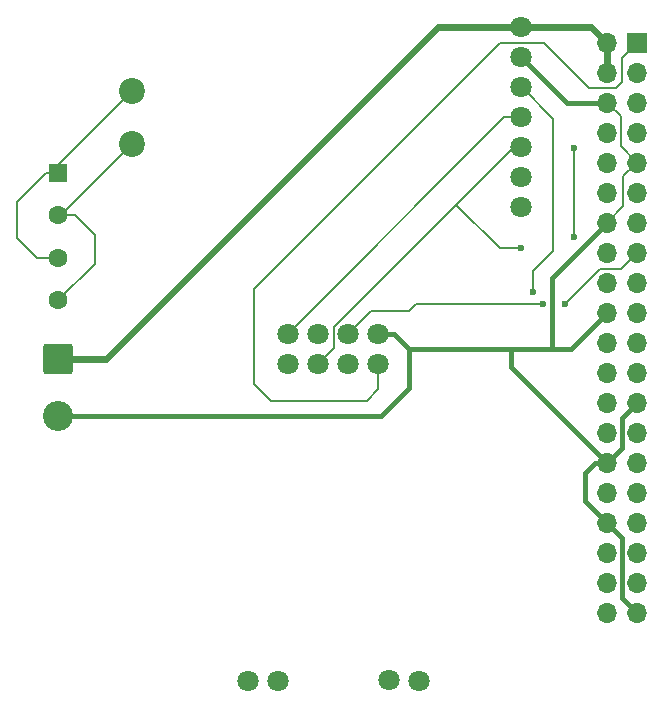
<source format=gbr>
%TF.GenerationSoftware,KiCad,Pcbnew,8.0.8-8.0.8-0~ubuntu24.04.1*%
%TF.CreationDate,2025-02-15T13:26:57-07:00*%
%TF.ProjectId,Main Computer,4d61696e-2043-46f6-9d70-757465722e6b,rev?*%
%TF.SameCoordinates,Original*%
%TF.FileFunction,Copper,L1,Top*%
%TF.FilePolarity,Positive*%
%FSLAX46Y46*%
G04 Gerber Fmt 4.6, Leading zero omitted, Abs format (unit mm)*
G04 Created by KiCad (PCBNEW 8.0.8-8.0.8-0~ubuntu24.04.1) date 2025-02-15 13:26:57*
%MOMM*%
%LPD*%
G01*
G04 APERTURE LIST*
G04 Aperture macros list*
%AMRoundRect*
0 Rectangle with rounded corners*
0 $1 Rounding radius*
0 $2 $3 $4 $5 $6 $7 $8 $9 X,Y pos of 4 corners*
0 Add a 4 corners polygon primitive as box body*
4,1,4,$2,$3,$4,$5,$6,$7,$8,$9,$2,$3,0*
0 Add four circle primitives for the rounded corners*
1,1,$1+$1,$2,$3*
1,1,$1+$1,$4,$5*
1,1,$1+$1,$6,$7*
1,1,$1+$1,$8,$9*
0 Add four rect primitives between the rounded corners*
20,1,$1+$1,$2,$3,$4,$5,0*
20,1,$1+$1,$4,$5,$6,$7,0*
20,1,$1+$1,$6,$7,$8,$9,0*
20,1,$1+$1,$8,$9,$2,$3,0*%
G04 Aperture macros list end*
%TA.AperFunction,ComponentPad*%
%ADD10RoundRect,0.250000X-0.550000X0.550000X-0.550000X-0.550000X0.550000X-0.550000X0.550000X0.550000X0*%
%TD*%
%TA.AperFunction,ComponentPad*%
%ADD11C,1.600000*%
%TD*%
%TA.AperFunction,ComponentPad*%
%ADD12C,1.800000*%
%TD*%
%TA.AperFunction,ComponentPad*%
%ADD13C,2.200000*%
%TD*%
%TA.AperFunction,ComponentPad*%
%ADD14RoundRect,0.249999X-1.025001X1.025001X-1.025001X-1.025001X1.025001X-1.025001X1.025001X1.025001X0*%
%TD*%
%TA.AperFunction,ComponentPad*%
%ADD15C,2.550000*%
%TD*%
%TA.AperFunction,ComponentPad*%
%ADD16R,1.700000X1.700000*%
%TD*%
%TA.AperFunction,ComponentPad*%
%ADD17O,1.700000X1.700000*%
%TD*%
%TA.AperFunction,ViaPad*%
%ADD18C,0.600000*%
%TD*%
%TA.AperFunction,Conductor*%
%ADD19C,0.600000*%
%TD*%
%TA.AperFunction,Conductor*%
%ADD20C,0.200000*%
%TD*%
%TA.AperFunction,Conductor*%
%ADD21C,0.400000*%
%TD*%
G04 APERTURE END LIST*
D10*
%TO.P,J4,1,Pin_1*%
%TO.N,Low*%
X100300000Y-107700000D03*
D11*
%TO.P,J4,2,Pin_2*%
%TO.N,High*%
X100300000Y-111300000D03*
%TO.P,J4,3,Pin_3*%
%TO.N,Low*%
X100300000Y-114900000D03*
%TO.P,J4,4,Pin_4*%
%TO.N,High*%
X100300000Y-118500000D03*
%TD*%
D12*
%TO.P,UNIT_1,1,INT*%
%TO.N,INT*%
X139500000Y-110620000D03*
%TO.P,UNIT_1,2,SCK*%
%TO.N,SCK*%
X139500000Y-108080000D03*
%TO.P,UNIT_1,3,SI*%
%TO.N,SI*%
X139500000Y-105540000D03*
%TO.P,UNIT_1,4,SO*%
%TO.N,SO*%
X139500000Y-103000000D03*
%TO.P,UNIT_1,5,CS*%
%TO.N,CS*%
X139500000Y-100460000D03*
%TO.P,UNIT_1,6,GND*%
%TO.N,GND*%
X139500000Y-97920000D03*
%TO.P,UNIT_1,7,VCC*%
%TO.N,+5v*%
X139500000Y-95380000D03*
D13*
%TO.P,UNIT_1,8,High_CAN*%
%TO.N,High*%
X106560000Y-105250000D03*
%TO.P,UNIT_1,9,Low_CAN*%
%TO.N,Low*%
X106560000Y-100750000D03*
%TD*%
D12*
%TO.P,U2,1,GND*%
%TO.N,GND*%
X127380000Y-121315000D03*
%TO.P,U2,2,VCC*%
%TO.N,3V3*%
X127380000Y-123855000D03*
%TO.P,U2,3,CE*%
%TO.N,CE*%
X124840000Y-121315000D03*
%TO.P,U2,4,CSN*%
%TO.N,CSN*%
X124840000Y-123855000D03*
%TO.P,U2,5,SCK*%
%TO.N,SCK*%
X122300000Y-121315000D03*
%TO.P,U2,6,MOSI*%
%TO.N,SI*%
X122300000Y-123855000D03*
%TO.P,U2,7,MISO*%
%TO.N,SO*%
X119760000Y-121315000D03*
%TO.P,U2,8,IRQ*%
%TO.N,unconnected-(U2-IRQ-Pad8)*%
X119760000Y-123855000D03*
%TO.P,U2,9*%
%TO.N,N/C*%
X116330000Y-150705000D03*
X128320000Y-150645000D03*
%TO.P,U2,10*%
X118870000Y-150765000D03*
X130860000Y-150705000D03*
%TD*%
D14*
%TO.P,J3,1,Pin_1*%
%TO.N,+5v*%
X100300000Y-123500000D03*
D15*
%TO.P,J3,2,Pin_2*%
%TO.N,GND*%
X100300000Y-128300000D03*
%TD*%
D16*
%TO.P,J1,1,3V3*%
%TO.N,3V3*%
X149300000Y-96700000D03*
D17*
%TO.P,J1,2,5V*%
%TO.N,+5v*%
X146760000Y-96700000D03*
%TO.P,J1,3,GPIO_2*%
%TO.N,unconnected-(J1-GPIO_2-Pad3)*%
X149300000Y-99240000D03*
%TO.P,J1,4,5V*%
%TO.N,+5v*%
X146760000Y-99240000D03*
%TO.P,J1,5,GPIO_3*%
%TO.N,unconnected-(J1-GPIO_3-Pad5)*%
X149300000Y-101780000D03*
%TO.P,J1,6,GND*%
%TO.N,GND*%
X146760000Y-101780000D03*
%TO.P,J1,7,GPIO_4*%
%TO.N,unconnected-(J1-GPIO_4-Pad7)*%
X149300000Y-104320000D03*
%TO.P,J1,8,GPIO_14*%
%TO.N,unconnected-(J1-GPIO_14-Pad8)*%
X146760000Y-104320000D03*
%TO.P,J1,9,GND*%
%TO.N,GND*%
X149300000Y-106860000D03*
%TO.P,J1,10,GPIO_15*%
%TO.N,unconnected-(J1-GPIO_15-Pad10)*%
X146760000Y-106860000D03*
%TO.P,J1,11,GPIO_17*%
%TO.N,unconnected-(J1-GPIO_17-Pad11)*%
X149300000Y-109400000D03*
%TO.P,J1,12,GPIO_18*%
%TO.N,unconnected-(J1-GPIO_18-Pad12)*%
X146760000Y-109400000D03*
%TO.P,J1,13,GPIO_27*%
%TO.N,unconnected-(J1-GPIO_27-Pad13)*%
X149300000Y-111940000D03*
%TO.P,J1,14,GND*%
%TO.N,GND*%
X146760000Y-111940000D03*
%TO.P,J1,15,GPIO_22*%
%TO.N,CE*%
X149300000Y-114480000D03*
%TO.P,J1,16,GPIO_23*%
%TO.N,unconnected-(J1-GPIO_23-Pad16)*%
X146760000Y-114480000D03*
%TO.P,J1,17,3V3*%
%TO.N,unconnected-(J1-3V3-Pad17)*%
X149300000Y-117020000D03*
%TO.P,J1,18,GPIO_24*%
%TO.N,unconnected-(J1-GPIO_24-Pad18)*%
X146760000Y-117020000D03*
%TO.P,J1,19,GPIO_10*%
%TO.N,SI*%
X149300000Y-119560000D03*
%TO.P,J1,20,GND*%
%TO.N,GND*%
X146760000Y-119560000D03*
%TO.P,J1,21,GPIO_9*%
%TO.N,SO*%
X149300000Y-122100000D03*
%TO.P,J1,22,GPIO_25*%
%TO.N,INT*%
X146760000Y-122100000D03*
%TO.P,J1,23,GPIO_11*%
%TO.N,SCK*%
X149300000Y-124640000D03*
%TO.P,J1,24,GPIO_8*%
%TO.N,CS*%
X146760000Y-124640000D03*
%TO.P,J1,25,GND*%
%TO.N,GND*%
X149300000Y-127180000D03*
%TO.P,J1,26,GPIO_7*%
%TO.N,CSN*%
X146760000Y-127180000D03*
%TO.P,J1,27,GPIO_0*%
%TO.N,unconnected-(J1-GPIO_0-Pad27)*%
X149300000Y-129720000D03*
%TO.P,J1,28,GPIO_1*%
%TO.N,unconnected-(J1-GPIO_1-Pad28)*%
X146760000Y-129720000D03*
%TO.P,J1,29,GPIO_5*%
%TO.N,unconnected-(J1-GPIO_5-Pad29)*%
X149300000Y-132260000D03*
%TO.P,J1,30,GND*%
%TO.N,GND*%
X146760000Y-132260000D03*
%TO.P,J1,31,GPIO_6*%
%TO.N,unconnected-(J1-GPIO_6-Pad31)*%
X149300000Y-134800000D03*
%TO.P,J1,32,GPIO_12*%
%TO.N,unconnected-(J1-GPIO_12-Pad32)*%
X146760000Y-134800000D03*
%TO.P,J1,33,GPIO_13*%
%TO.N,unconnected-(J1-GPIO_13-Pad33)*%
X149300000Y-137340000D03*
%TO.P,J1,34,GND*%
%TO.N,GND*%
X146760000Y-137340000D03*
%TO.P,J1,35,GPIO_19*%
%TO.N,unconnected-(J1-GPIO_19-Pad35)*%
X149300000Y-139880000D03*
%TO.P,J1,36,GPIO_16*%
%TO.N,unconnected-(J1-GPIO_16-Pad36)*%
X146760000Y-139880000D03*
%TO.P,J1,37,GPIO_26*%
%TO.N,unconnected-(J1-GPIO_26-Pad37)*%
X149300000Y-142420000D03*
%TO.P,J1,38,GPIO_20*%
%TO.N,unconnected-(J1-GPIO_20-Pad38)*%
X146760000Y-142420000D03*
%TO.P,J1,39,GND*%
%TO.N,GND*%
X149300000Y-144960000D03*
%TO.P,J1,40,GPIO_21*%
%TO.N,unconnected-(J1-GPIO_21-Pad40)*%
X146760000Y-144960000D03*
%TD*%
D18*
%TO.N,CE*%
X143200000Y-118800000D03*
X141300000Y-118800000D03*
%TO.N,SO*%
X144000000Y-113100000D03*
X144000000Y-105600000D03*
%TO.N,SI*%
X139500000Y-114100000D03*
%TO.N,CS*%
X140500000Y-117800000D03*
%TD*%
D19*
%TO.N,+5v*%
X132420000Y-95380000D02*
X139500000Y-95380000D01*
X139500000Y-95380000D02*
X145440000Y-95380000D01*
X104300000Y-123500000D02*
X132420000Y-95380000D01*
X100300000Y-123500000D02*
X104300000Y-123500000D01*
X145440000Y-95380000D02*
X146760000Y-96700000D01*
X146760000Y-96700000D02*
X146760000Y-99240000D01*
D20*
%TO.N,CE*%
X147910000Y-115870000D02*
X146130000Y-115870000D01*
X126755000Y-119400000D02*
X124840000Y-121315000D01*
X130600000Y-118800000D02*
X130000000Y-119400000D01*
X146130000Y-115870000D02*
X143200000Y-118800000D01*
X141300000Y-118800000D02*
X130600000Y-118800000D01*
X149300000Y-114480000D02*
X147910000Y-115870000D01*
X130000000Y-119400000D02*
X126755000Y-119400000D01*
%TO.N,GND*%
X149300000Y-106860000D02*
X147910000Y-105470000D01*
D21*
X130000000Y-125900000D02*
X130000000Y-122600000D01*
X138600000Y-122600000D02*
X139500000Y-122600000D01*
X141900000Y-127400000D02*
X142000000Y-127500000D01*
X137600000Y-122600000D02*
X138600000Y-122600000D01*
D20*
X149300000Y-106860000D02*
X148150000Y-108010000D01*
X148150000Y-108010000D02*
X148150000Y-110550000D01*
D21*
X138600000Y-124100000D02*
X138600000Y-122600000D01*
X100300000Y-128300000D02*
X127600000Y-128300000D01*
X148010000Y-131010000D02*
X148010000Y-128470000D01*
X142200000Y-122600000D02*
X142100000Y-122500000D01*
X145740000Y-132260000D02*
X144900000Y-133100000D01*
D20*
X148150000Y-110550000D02*
X146760000Y-111940000D01*
D21*
X142100000Y-122500000D02*
X142100000Y-116600000D01*
X143720000Y-122600000D02*
X146760000Y-119560000D01*
X146760000Y-132260000D02*
X148010000Y-131010000D01*
X148010000Y-128470000D02*
X149300000Y-127180000D01*
X146760000Y-132260000D02*
X145740000Y-132260000D01*
X142100000Y-116600000D02*
X146760000Y-111940000D01*
D20*
X147910000Y-105470000D02*
X147910000Y-102930000D01*
X147910000Y-102930000D02*
X146760000Y-101780000D01*
D21*
X141900000Y-127400000D02*
X138600000Y-124100000D01*
X141900000Y-127400000D02*
X146760000Y-132260000D01*
X148010000Y-138590000D02*
X148010000Y-143670000D01*
X146760000Y-137340000D02*
X148010000Y-138590000D01*
X143360000Y-101780000D02*
X139500000Y-97920000D01*
X146760000Y-101780000D02*
X143360000Y-101780000D01*
X130000000Y-122600000D02*
X137600000Y-122600000D01*
X144900000Y-135480000D02*
X146760000Y-137340000D01*
X139500000Y-122600000D02*
X142200000Y-122600000D01*
X139500000Y-122600000D02*
X143720000Y-122600000D01*
X144900000Y-133100000D02*
X144900000Y-135480000D01*
D20*
X141900000Y-122600000D02*
X139500000Y-122600000D01*
D21*
X148010000Y-143670000D02*
X149300000Y-144960000D01*
X130000000Y-122600000D02*
X128715000Y-121315000D01*
X127600000Y-128300000D02*
X130000000Y-125900000D01*
X128715000Y-121315000D02*
X127380000Y-121315000D01*
D20*
%TO.N,3V3*%
X148000000Y-100000000D02*
X148000000Y-98000000D01*
X127380000Y-123855000D02*
X127380000Y-126020000D01*
X148000000Y-98000000D02*
X149300000Y-96700000D01*
X118300000Y-127000000D02*
X116900000Y-125600000D01*
X145200000Y-100500000D02*
X147500000Y-100500000D01*
X137700000Y-96700000D02*
X141400000Y-96700000D01*
X141400000Y-96700000D02*
X145200000Y-100500000D01*
X127380000Y-126020000D02*
X126400000Y-127000000D01*
X116900000Y-117500000D02*
X137700000Y-96700000D01*
X116900000Y-125600000D02*
X116900000Y-117500000D01*
X126400000Y-127000000D02*
X118300000Y-127000000D01*
X147500000Y-100500000D02*
X148000000Y-100000000D01*
%TO.N,High*%
X103400000Y-113000000D02*
X103400000Y-115400000D01*
X106560000Y-105250000D02*
X100510000Y-111300000D01*
X100300000Y-111300000D02*
X101700000Y-111300000D01*
X101700000Y-111300000D02*
X103400000Y-113000000D01*
X100510000Y-111300000D02*
X100300000Y-111300000D01*
X103400000Y-115400000D02*
X100300000Y-118500000D01*
%TO.N,Low*%
X98500000Y-114900000D02*
X96800000Y-113200000D01*
X106560000Y-100750000D02*
X100300000Y-107010000D01*
X100300000Y-107010000D02*
X100300000Y-107700000D01*
X96800000Y-113200000D02*
X96800000Y-110200000D01*
X100300000Y-114900000D02*
X98500000Y-114900000D01*
X96800000Y-110200000D02*
X99300000Y-107700000D01*
X99300000Y-107700000D02*
X100300000Y-107700000D01*
%TO.N,SO*%
X138075000Y-103000000D02*
X119760000Y-121315000D01*
X139500000Y-103000000D02*
X138075000Y-103000000D01*
X144000000Y-105600000D02*
X144000000Y-113100000D01*
%TO.N,SI*%
X122300000Y-123855000D02*
X123640000Y-122515000D01*
X123640000Y-120760000D02*
X134000000Y-110400000D01*
X134000000Y-110400000D02*
X138860000Y-105540000D01*
X137700000Y-114100000D02*
X134000000Y-110400000D01*
X139500000Y-114100000D02*
X137700000Y-114100000D01*
X138860000Y-105540000D02*
X139500000Y-105540000D01*
X123640000Y-122515000D02*
X123640000Y-120760000D01*
%TO.N,CS*%
X142200000Y-103100000D02*
X139560000Y-100460000D01*
X140500000Y-116000000D02*
X142200000Y-114300000D01*
X139560000Y-100460000D02*
X139500000Y-100460000D01*
X140500000Y-117800000D02*
X140500000Y-116000000D01*
X142200000Y-114300000D02*
X142200000Y-103100000D01*
%TD*%
M02*

</source>
